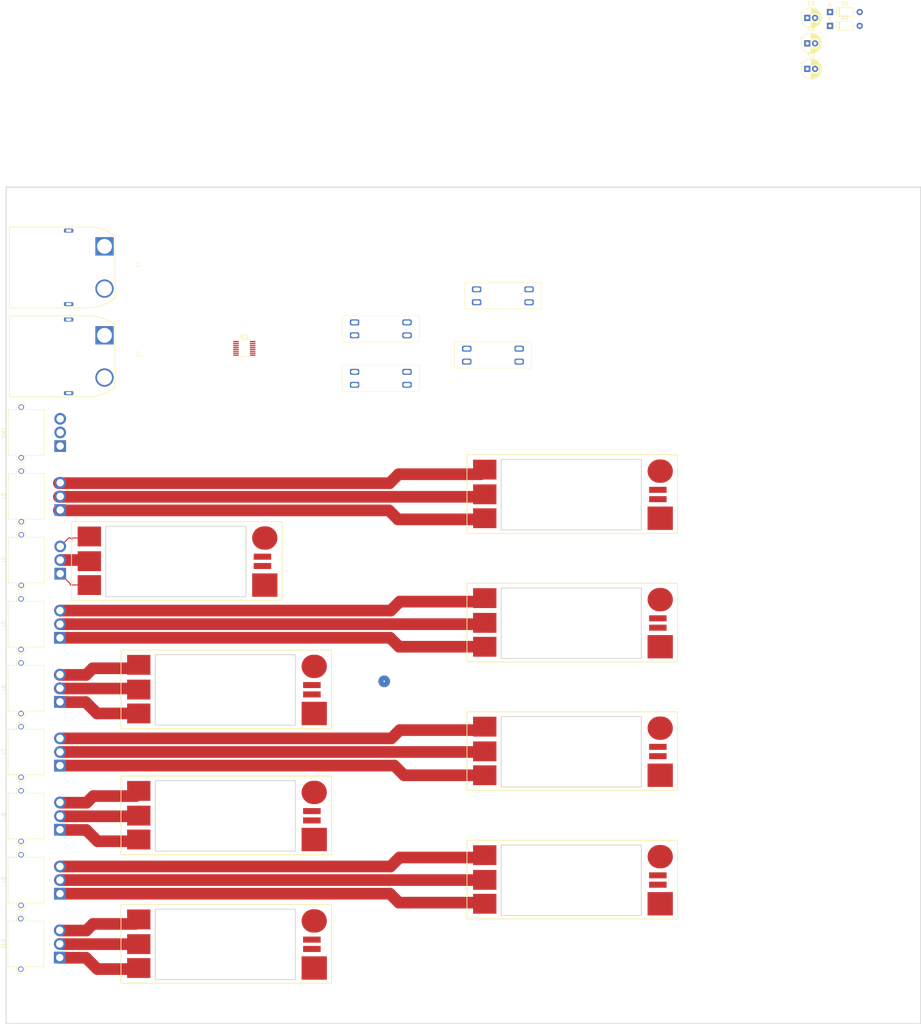
<source format=kicad_pcb>
(kicad_pcb (version 20221018) (generator pcbnew)
  (layers (0 "F.Cu" signal) (31 "B.Cu" signal) (34 "B.Paste" user) (35 "F.Paste" user) (36 "B.SilkS" user "B.Silkscreen") (37 "F.SilkS" user "F.Silkscreen") (38 "B.Mask" user) (39 "F.Mask" user) (44 "Edge.Cuts" user))
  (net 0 "")
  (net 1 "Net-(IC1-Vcc)")
  (net 2 "GND")
  (net 3 "+5V")
  (net 4 "VCC")
  (net 5 "Net-(D1-K)")
  (net 6 "Net-(D1-A)")
  (net 7 "Net-(D2-A)")
  (net 8 "Net-(J1-+)")
  (net 9 "Net-(J2-+)")
  (net 10 "Net-(IC1-EN1)")
  (net 13 "Net-(IC1-GATE2)")
  (net 18 "Net-(IC1-GATE1)")
  (net 19 "Net-(J3-A)")
  (net 20 "Net-(J3-B)")
  (net 21 "Net-(J3-C)")
  (net 22 "Net-(J4-A)")
  (net 23 "Net-(J4-B)")
  (net 24 "Net-(J4-C)")
  (net 25 "Net-(J5-A)")
  (net 26 "Net-(J5-B)")
  (net 27 "Net-(J5-C)")
  (net 28 "Net-(J6-A)")
  (net 29 "Net-(J6-B)")
  (net 30 "Net-(J6-C)")
  (net 31 "Net-(J7-A)")
  (net 32 "Net-(J7-B)")
  (net 33 "Net-(J7-C)")
  (net 34 "Net-(J8-A)")
  (net 35 "Net-(J8-B)")
  (net 36 "Net-(J8-C)")
  (net 37 "Net-(J9-A)")
  (net 38 "Net-(J9-B)")
  (net 39 "Net-(J9-C)")
  (net 40 "Net-(J10-A)")
  (net 41 "Net-(J10-B)")
  (net 42 "Net-(J10-C)")
  (net 43 "M2")
  (net 44 "M1")
  (net 45 "M3")
  (net 46 "M4")
  (net 47 "M5")
  (net 48 "M6")
  (net 49 "M7")
  (net 50 "M8")
  (footprint "Capacitor_THT:CP_Radial_D5.0mm_P2.00mm" (layer "F.Cu") (at 522.729775 103.85)
    (fp_text reference "C1" (at 1 -3.75) (layer "F.SilkS"))
    (fp_text value "1uF")
    (pad "1" thru_hole rect (at 0 0) (size 1.6 1.6) (drill 0.8) (layers "*.Cu" "*.Mask") (net 1 "Net-(IC1-Vcc)"))
    (pad "2" thru_hole circle (at 2 0) (size 1.6 1.6) (drill 0.8) (layers "*.Cu" "*.Mask") (net 2 "GND"))
  )
  (footprint "2023Footprints:BR-ESC" (layer "F.Cu") (at 489.38 216.11 180)
    (fp_text reference "Us2" hide)
    (fp_text value "~")
    (fp_rect (start 9.3 -19.3) (end 45.3 -1.2) (stroke (width 0.2)) (fill none) (layer "Edge.Cuts"))
    (pad "1" smd rect (at 4.445 -16.3 180) (size 6.5 6) (layers "F.Cu" "F.Paste" "F.Mask") (net 4 "VCC"))
    (pad "2" smd oval (at 4.445 -4.2 180) (size 6.5 6) (layers "F.Cu" "F.Paste" "F.Mask") (net 2 "GND"))
    (pad "3" smd rect (at 5.05 -11.4 180) (size 4.5 1.55) (layers "F.Cu" "F.Paste" "F.Mask") (net 44 "M1"))
    (pad "4" smd rect (at 5.05 -9 180) (size 4.5 1.55) (layers "F.Cu" "F.Paste" "F.Mask") (net 2 "GND"))
    (pad "5" smd rect (at 49.53 -16.3 180) (size 6 5.1) (layers "F.Cu" "F.Paste" "F.Mask") (net 19 "Net-(J3-A)"))
    (pad "6" smd rect (at 49.53 -10.16 180) (size 6 5.1) (layers "F.Cu" "F.Paste" "F.Mask") (net 20 "Net-(J3-B)"))
    (pad "7" smd rect (at 49.53 -3.81 180) (size 6 5.1) (layers "F.Cu" "F.Paste" "F.Mask") (net 21 "Net-(J3-C)"))
  )
  (footprint "2023Footprints:BR-ESC" (layer "F.Cu") (at 400.48 298.66 180)
    (fp_text reference "Us7" hide)
    (fp_text value "~")
    (fp_rect (start 9.3 -19.3) (end 45.3 -1.2) (stroke (width 0.2)) (fill none) (layer "Edge.Cuts"))
    (pad "1" smd rect (at 4.445 -16.3 180) (size 6.5 6) (layers "F.Cu" "F.Paste" "F.Mask") (net 4 "VCC"))
    (pad "2" smd oval (at 4.445 -4.2 180) (size 6.5 6) (layers "F.Cu" "F.Paste" "F.Mask") (net 2 "GND"))
    (pad "3" smd rect (at 5.05 -11.4 180) (size 4.5 1.55) (layers "F.Cu" "F.Paste" "F.Mask") (net 48 "M6"))
    (pad "4" smd rect (at 5.05 -9 180) (size 4.5 1.55) (layers "F.Cu" "F.Paste" "F.Mask") (net 2 "GND"))
    (pad "5" smd rect (at 49.53 -16.3 180) (size 6 5.1) (layers "F.Cu" "F.Paste" "F.Mask") (net 34 "Net-(J8-A)"))
    (pad "6" smd rect (at 49.53 -10.16 180) (size 6 5.1) (layers "F.Cu" "F.Paste" "F.Mask") (net 35 "Net-(J8-B)"))
    (pad "7" smd rect (at 49.53 -3.81 180) (size 6 5.1) (layers "F.Cu" "F.Paste" "F.Mask") (net 36 "Net-(J8-C)"))
  )
  (footprint "2023Footprints:3557-15" (layer "F.Cu") (at 441.96 190.5)
    (fp_text reference "F1" hide)
    (fp_text value "30A")
    (pad "1" thru_hole roundrect (at -6.735 -1.665) (size 2.4 1.5) (drill oval 1.8 0.9) (layers "*.Cu" "*.Mask") (net 6 "Net-(D1-A)"))
    (pad "2" thru_hole roundrect (at -6.735 1.665) (size 2.4 1.5) (drill oval 1.8 0.9) (layers "*.Cu" "*.Mask") (net 8 "Net-(J1-+)"))
    (pad "3" thru_hole roundrect (at 6.735 1.665) (size 2.4 1.5) (drill oval 1.8 0.9) (layers "*.Cu" "*.Mask"))
    (pad "4" thru_hole roundrect (at 6.735 -1.665) (size 2.4 1.5) (drill oval 1.8 0.9) (layers "*.Cu" "*.Mask"))
  )
  (footprint "2023Footprints:3557-15" (layer "F.Cu") (at 413.135 196.455)
    (fp_text reference "F3" hide)
    (fp_text value "30A")
    (pad "1" thru_hole roundrect (at -6.735 -1.665) (size 2.4 1.5) (drill oval 1.8 0.9) (layers "*.Cu" "*.Mask") (net 7 "Net-(D2-A)"))
    (pad "2" thru_hole roundrect (at -6.735 1.665) (size 2.4 1.5) (drill oval 1.8 0.9) (layers "*.Cu" "*.Mask") (net 9 "Net-(J2-+)"))
    (pad "3" thru_hole roundrect (at 6.735 1.665) (size 2.4 1.5) (drill oval 1.8 0.9) (layers "*.Cu" "*.Mask"))
    (pad "4" thru_hole roundrect (at 6.735 -1.665) (size 2.4 1.5) (drill oval 1.8 0.9) (layers "*.Cu" "*.Mask"))
  )
  (footprint "2023Footprints:MR30PW-M" (layer "F.Cu") (at 330.769238 230.292046 90)
    (fp_text reference "J3" (at 3.5 -14.5 90) (layer "F.SilkS"))
    (fp_text value "~")
    (pad "" thru_hole circle (at -3 -10 90) (size 1.4 1.4) (drill 1) (layers "*.Cu" "*.Mask"))
    (pad "" thru_hole circle (at 10 -10 90) (size 1.4 1.4) (drill 1) (layers "*.Cu" "*.Mask"))
    (pad "1" thru_hole rect (at 0 0 90) (size 3 3) (drill 1.9) (layers "*.Cu" "*.Mask") (net 19 "Net-(J3-A)"))
    (pad "2" thru_hole circle (at 3.5 0 90) (size 3 3) (drill 1.9) (layers "*.Cu" "*.Mask") (net 20 "Net-(J3-B)"))
    (pad "3" thru_hole circle (at 7 0 90) (size 3 3) (drill 1.9) (layers "*.Cu" "*.Mask") (net 21 "Net-(J3-C)"))
  )
  (footprint "2023Footprints:BR-ESC" (layer "F.Cu") (at 400.48 266.275 180)
    (fp_text reference "Us5" hide)
    (fp_text value "~")
    (fp_rect (start 9.3 -19.3) (end 45.3 -1.2) (stroke (width 0.2)) (fill none) (layer "Edge.Cuts"))
    (pad "1" smd rect (at 4.445 -16.3 180) (size 6.5 6) (layers "F.Cu" "F.Paste" "F.Mask") (net 4 "VCC"))
    (pad "2" smd oval (at 4.445 -4.2 180) (size 6.5 6) (layers "F.Cu" "F.Paste" "F.Mask") (net 2 "GND"))
    (pad "3" smd rect (at 5.05 -11.4 180) (size 4.5 1.55) (layers "F.Cu" "F.Paste" "F.Mask") (net 46 "M4"))
    (pad "4" smd rect (at 5.05 -9 180) (size 4.5 1.55) (layers "F.Cu" "F.Paste" "F.Mask") (net 2 "GND"))
    (pad "5" smd rect (at 49.53 -16.3 180) (size 6 5.1) (layers "F.Cu" "F.Paste" "F.Mask") (net 28 "Net-(J6-A)"))
    (pad "6" smd rect (at 49.53 -10.16 180) (size 6 5.1) (layers "F.Cu" "F.Paste" "F.Mask") (net 29 "Net-(J6-B)"))
    (pad "7" smd rect (at 49.53 -3.81 180) (size 6 5.1) (layers "F.Cu" "F.Paste" "F.Mask") (net 30 "Net-(J6-C)"))
  )
  (footprint "Capacitor_THT:CP_Radial_D5.0mm_P2.00mm" (layer "F.Cu") (at 522.729775 110.4)
    (fp_text reference "C2" (at 1 -3.75) (layer "F.SilkS"))
    (fp_text value "1uF")
    (pad "1" thru_hole rect (at 0 0) (size 1.6 1.6) (drill 0.8) (layers "*.Cu" "*.Mask") (net 3 "+5V"))
    (pad "2" thru_hole circle (at 2 0) (size 1.6 1.6) (drill 0.8) (layers "*.Cu" "*.Mask") (net 2 "GND"))
  )
  (footprint "2023Footprints:MR30PW-M" (layer "F.Cu") (at 330.641956 345.28926 90)
    (fp_text reference "J10" (at 3.5 -14.5 90) (layer "F.SilkS"))
    (fp_text value "~")
    (pad "" thru_hole circle (at -3 -10 90) (size 1.4 1.4) (drill 1) (layers "*.Cu" "*.Mask"))
    (pad "" thru_hole circle (at 10 -10 90) (size 1.4 1.4) (drill 1) (layers "*.Cu" "*.Mask"))
    (pad "1" thru_hole rect (at 0 0 90) (size 3 3) (drill 1.9) (layers "*.Cu" "*.Mask") (net 40 "Net-(J10-A)"))
    (pad "2" thru_hole circle (at 3.5 0 90) (size 3 3) (drill 1.9) (layers "*.Cu" "*.Mask") (net 42 "Net-(J10-C)"))
    (pad "3" thru_hole circle (at 7 0 90) (size 3 3) (drill 1.9) (layers "*.Cu" "*.Mask") (net 42 "Net-(J10-C)"))
  )
  (footprint "Diode_THT:D_DO-35_SOD27_P7.62mm_Horizontal" (layer "F.Cu") (at 528.57 102.35)
    (fp_text reference "D1" (at 3.81 -2.12) (layer "F.SilkS"))
    (fp_text value "BAT41")
    (fp_text user "K" (at 0 -1.8) (layer "F.SilkS"))
    (pad "1" thru_hole rect (at 0 0) (size 1.6 1.6) (drill 0.8) (layers "*.Cu" "*.Mask") (net 5 "Net-(D1-K)"))
    (pad "2" thru_hole oval (at 7.62 0) (size 1.6 1.6) (drill 0.8) (layers "*.Cu" "*.Mask") (net 6 "Net-(D1-A)"))
  )
  (footprint "Capacitor_THT:CP_Radial_D5.0mm_P2.00mm" (layer "F.Cu") (at 522.729775 116.95)
    (fp_text reference "C3" (at 1 -3.75) (layer "F.SilkS"))
    (fp_text value "0.33uF")
    (pad "1" thru_hole rect (at 0 0) (size 1.6 1.6) (drill 0.8) (layers "*.Cu" "*.Mask") (net 4 "VCC"))
    (pad "2" thru_hole circle (at 2 0) (size 1.6 1.6) (drill 0.8) (layers "*.Cu" "*.Mask") (net 2 "GND"))
  )
  (footprint "2023Footprints:MR30PW-M" (layer "F.Cu") (at 330.703666 279.587466 90)
    (fp_text reference "J6" (at 3.5 -14.5 90) (layer "F.SilkS"))
    (fp_text value "~")
    (pad "" thru_hole circle (at -3 -10 90) (size 1.4 1.4) (drill 1) (layers "*.Cu" "*.Mask"))
    (pad "" thru_hole circle (at 10 -10 90) (size 1.4 1.4) (drill 1) (layers "*.Cu" "*.Mask"))
    (pad "1" thru_hole rect (at 0 0 90) (size 3 3) (drill 1.9) (layers "*.Cu" "*.Mask") (net 28 "Net-(J6-A)"))
    (pad "2" thru_hole circle (at 3.5 0 90) (size 3 3) (drill 1.9) (layers "*.Cu" "*.Mask") (net 29 "Net-(J6-B)"))
    (pad "3" thru_hole circle (at 7 0 90) (size 3 3) (drill 1.9) (layers "*.Cu" "*.Mask") (net 30 "Net-(J6-C)"))
  )
  (footprint "2023Footprints:MR30PW-M" (layer "F.Cu") (at 330.703666 312.427427 90)
    (fp_text reference "J8" (at 3.5 -14.5 90) (layer "F.SilkS"))
    (fp_text value "~")
    (pad "" thru_hole circle (at -3 -10 90) (size 1.4 1.4) (drill 1) (layers "*.Cu" "*.Mask"))
    (pad "" thru_hole circle (at 10 -10 90) (size 1.4 1.4) (drill 1) (layers "*.Cu" "*.Mask"))
    (pad "1" thru_hole rect (at 0 0 90) (size 3 3) (drill 1.9) (layers "*.Cu" "*.Mask") (net 34 "Net-(J8-A)"))
    (pad "2" thru_hole circle (at 3.5 0 90) (size 3 3) (drill 1.9) (layers "*.Cu" "*.Mask") (net 35 "Net-(J8-B)"))
    (pad "3" thru_hole circle (at 7 0 90) (size 3 3) (drill 1.9) (layers "*.Cu" "*.Mask") (net 36 "Net-(J8-C)"))
  )
  (footprint "Diode_THT:D_DO-35_SOD27_P7.62mm_Horizontal" (layer "F.Cu") (at 528.57 105.9)
    (fp_text reference "D2" (at 3.81 -2.12) (layer "F.SilkS"))
    (fp_text value "BAT41")
    (fp_text user "K" (at 0 -1.8) (layer "F.SilkS"))
    (pad "1" thru_hole rect (at 0 0) (size 1.6 1.6) (drill 0.8) (layers "*.Cu" "*.Mask") (net 5 "Net-(D1-K)"))
    (pad "2" thru_hole oval (at 7.62 0) (size 1.6 1.6) (drill 0.8) (layers "*.Cu" "*.Mask") (net 7 "Net-(D2-A)"))
  )
  (footprint "2023Footprints:XT90PW-M" (layer "F.Cu") (at 332.946785 190.415747 -90)
    (fp_text reference "J2" (at -0.3 -17.8 -90 unlocked) (layer "F.SilkS") (effects (font (thickness 0.1))))
    (fp_text value "Battery 2 Input ")
    (pad "1" thru_hole circle (at 5.85 -9.2 270) (size 4.7 4.7) (drill 3.8) (layers "*.Cu" "*.Mask") (net 9 "Net-(J2-+)"))
    (pad "2" thru_hole rect (at -5 -9.2 270) (size 4.7 4.7) (drill 3.8) (layers "*.Cu" "*.Mask") (net 2 "GND"))
    (pad "3" thru_hole roundrect (at 9.85 0 270) (size 1 2.4) (drill oval 0.6 1.4) (layers "*.Cu" "*.Mask"))
    (pad "4" thru_hole roundrect (at -9.05 0 270) (size 1 2.4) (drill oval 0.6 1.4) (layers "*.Cu" "*.Mask"))
  )
  (footprint "2023Footprints:BR-ESC" (layer "F.Cu") (at 489.38 249.13 180)
    (fp_text reference "Us4" hide)
    (fp_text value "~")
    (fp_rect (start 9.3 -19.3) (end 45.3 -1.2) (stroke (width 0.2)) (fill none) (layer "Edge.Cuts"))
    (pad "1" smd rect (at 4.445 -16.3 180) (size 6.5 6) (layers "F.Cu" "F.Paste" "F.Mask") (net 4 "VCC"))
    (pad "2" smd oval (at 4.445 -4.2 180) (size 6.5 6) (layers "F.Cu" "F.Paste" "F.Mask") (net 2 "GND"))
    (pad "3" smd rect (at 5.05 -11.4 180) (size 4.5 1.55) (layers "F.Cu" "F.Paste" "F.Mask") (net 45 "M3"))
    (pad "4" smd rect (at 5.05 -9 180) (size 4.5 1.55) (layers "F.Cu" "F.Paste" "F.Mask") (net 2 "GND"))
    (pad "5" smd rect (at 49.53 -16.3 180) (size 6 5.1) (layers "F.Cu" "F.Paste" "F.Mask") (net 25 "Net-(J5-A)"))
    (pad "6" smd rect (at 49.53 -10.16 180) (size 6 5.1) (layers "F.Cu" "F.Paste" "F.Mask") (net 26 "Net-(J5-B)"))
    (pad "7" smd rect (at 49.53 -3.81 180) (size 6 5.1) (layers "F.Cu" "F.Paste" "F.Mask") (net 27 "Net-(J5-C)"))
  )
  (footprint "2023Footprints:3557-15" (layer "F.Cu") (at 413.135 183.755)
    (fp_text reference "F4" hide)
    (fp_text value "30A")
    (pad "1" thru_hole roundrect (at -6.735 -1.665) (size 2.4 1.5) (drill oval 1.8 0.9) (layers "*.Cu" "*.Mask") (net 7 "Net-(D2-A)"))
    (pad "2" thru_hole roundrect (at -6.735 1.665) (size 2.4 1.5) (drill oval 1.8 0.9) (layers "*.Cu" "*.Mask") (net 9 "Net-(J2-+)"))
    (pad "3" thru_hole roundrect (at 6.735 1.665) (size 2.4 1.5) (drill oval 1.8 0.9) (layers "*.Cu" "*.Mask"))
    (pad "4" thru_hole roundrect (at 6.735 -1.665) (size 2.4 1.5) (drill oval 1.8 0.9) (layers "*.Cu" "*.Mask"))
  )
  (footprint "2023Footprints:MR30PW-M" (layer "F.Cu") (at 330.703666 263.131238 90)
    (fp_text reference "J5" (at 3.5 -14.5 90) (layer "F.SilkS"))
    (fp_text value "~")
    (pad "" thru_hole circle (at -3 -10 90) (size 1.4 1.4) (drill 1) (layers "*.Cu" "*.Mask"))
    (pad "" thru_hole circle (at 10 -10 90) (size 1.4 1.4) (drill 1) (layers "*.Cu" "*.Mask"))
    (pad "1" thru_hole rect (at 0 0 90) (size 3 3) (drill 1.9) (layers "*.Cu" "*.Mask") (net 25 "Net-(J5-A)"))
    (pad "2" thru_hole circle (at 3.5 0 90) (size 3 3) (drill 1.9) (layers "*.Cu" "*.Mask") (net 26 "Net-(J5-B)"))
    (pad "3" thru_hole circle (at 7 0 90) (size 3 3) (drill 1.9) (layers "*.Cu" "*.Mask") (net 27 "Net-(J5-C)"))
  )
  (footprint "2023Footprints:3557-15" (layer "F.Cu") (at 444.5 175.26)
    (fp_text reference "F2" hide)
    (fp_text value "30A")
    (pad "1" thru_hole roundrect (at -6.735 -1.665) (size 2.4 1.5) (drill oval 1.8 0.9) (layers "*.Cu" "*.Mask") (net 6 "Net-(D1-A)"))
    (pad "2" thru_hole roundrect (at -6.735 1.665) (size 2.4 1.5) (drill oval 1.8 0.9) (layers "*.Cu" "*.Mask") (net 8 "Net-(J1-+)"))
    (pad "3" thru_hole roundrect (at 6.735 1.665) (size 2.4 1.5) (drill oval 1.8 0.9) (layers "*.Cu" "*.Mask"))
    (pad "4" thru_hole roundrect (at 6.735 -1.665) (size 2.4 1.5) (drill oval 1.8 0.9) (layers "*.Cu" "*.Mask"))
  )
  (footprint "2023Footprints:BR-ESC" (layer "F.Cu") (at 489.38 315.17 180)
    (fp_text reference "Us8" hide)
    (fp_text value "~")
    (fp_rect (start 9.3 -19.3) (end 45.3 -1.2) (stroke (width 0.2)) (fill none) (layer "Edge.Cuts"))
    (pad "1" smd rect (at 4.445 -16.3 180) (size 6.5 6) (layers "F.Cu" "F.Paste" "F.Mask") (net 4 "VCC"))
    (pad "2" smd oval (at 4.445 -4.2 180) (size 6.5 6) (layers "F.Cu" "F.Paste" "F.Mask") (net 2 "GND"))
    (pad "3" smd rect (at 5.05 -11.4 180) (size 4.5 1.55) (layers "F.Cu" "F.Paste" "F.Mask") (net 49 "M7"))
    (pad "4" smd rect (at 5.05 -9 180) (size 4.5 1.55) (layers "F.Cu" "F.Paste" "F.Mask") (net 2 "GND"))
    (pad "5" smd rect (at 49.53 -16.3 180) (size 6 5.1) (layers "F.Cu" "F.Paste" "F.Mask") (net 37 "Net-(J9-A)"))
    (pad "6" smd rect (at 49.53 -10.16 180) (size 6 5.1) (layers "F.Cu" "F.Paste" "F.Mask") (net 38 "Net-(J9-B)"))
    (pad "7" smd rect (at 49.53 -3.81 180) (size 6 5.1) (layers "F.Cu" "F.Paste" "F.Mask") (net 39 "Net-(J9-C)"))
  )
  (footprint "2023Footprints:MR30PW-M" (layer "F.Cu") (at 330.703666 295.971199 90)
    (fp_text reference "J7" (at 3.5 -14.5 90) (layer "F.SilkS"))
    (fp_text value "~")
    (pad "" thru_hole circle (at -3 -10 90) (size 1.4 1.4) (drill 1) (layers "*.Cu" "*.Mask"))
    (pad "" thru_hole circle (at 10 -10 90) (size 1.4 1.4) (drill 1) (layers "*.Cu" "*.Mask"))
    (pad "1" thru_hole rect (at 0 0 90) (size 3 3) (drill 1.9) (layers "*.Cu" "*.Mask") (net 31 "Net-(J7-A)"))
    (pad "2" thru_hole circle (at 3.5 0 90) (size 3 3) (drill 1.9) (layers "*.Cu" "*.Mask") (net 32 "Net-(J7-B)"))
    (pad "3" thru_hole circle (at 7 0 90) (size 3 3) (drill 1.9) (layers "*.Cu" "*.Mask") (net 33 "Net-(J7-C)"))
  )
  (footprint "2023Footprints:MR30PW-M" (layer "F.Cu") (at 330.757193 213.8634 90)
    (fp_text reference "SW1" (at 3.5 -14.5 90) (layer "F.SilkS"))
    (fp_text value "Power Switch")
    (pad "" thru_hole circle (at -3 -10 90) (size 1.4 1.4) (drill 1) (layers "*.Cu" "*.Mask"))
    (pad "" thru_hole circle (at 10 -10 90) (size 1.4 1.4) (drill 1) (layers "*.Cu" "*.Mask"))
    (pad "1" thru_hole rect (at 0 0 90) (size 3 3) (drill 1.9) (layers "*.Cu" "*.Mask") (net 2 "GND"))
    (pad "2" thru_hole circle (at 3.5 0 90) (size 3 3) (drill 1.9) (layers "*.Cu" "*.Mask") (net 10 "Net-(IC1-EN1)"))
    (pad "3" thru_hole circle (at 7 0 90) (size 3 3) (drill 1.9) (layers "*.Cu" "*.Mask") (net 5 "Net-(D1-K)"))
  )
  (footprint "2023Footprints:BR-ESC" (layer "F.Cu") (at 387.78 233.29 180)
    (fp_text reference "Us1" hide)
    (fp_text value "~")
    (fp_rect (start 9.3 -19.3) (end 45.3 -1.2) (stroke (width 0.2)) (fill none) (layer "Edge.Cuts"))
    (pad "1" smd rect (at 4.445 -16.3 180) (size 6.5 6) (layers "F.Cu" "F.Paste" "F.Mask") (net 4 "VCC"))
    (pad "2" smd oval (at 4.445 -4.2 180) (size 6.5 6) (layers "F.Cu" "F.Paste" "F.Mask") (net 2 "GND"))
    (pad "3" smd rect (at 5.05 -11.4 180) (size 4.5 1.55) (layers "F.Cu" "F.Paste" "F.Mask") (net 43 "M2"))
    (pad "4" smd rect (at 5.05 -9 180) (size 4.5 1.55) (layers "F.Cu" "F.Paste" "F.Mask") (net 2 "GND"))
    (pad "5" smd rect (at 49.53 -16.3 180) (size 6 5.1) (layers "F.Cu" "F.Paste" "F.Mask") (net 22 "Net-(J4-A)"))
    (pad "6" smd rect (at 49.53 -10.16 180) (size 6 5.1) (layers "F.Cu" "F.Paste" "F.Mask") (net 23 "Net-(J4-B)"))
    (pad "7" smd rect (at 49.53 -3.81 180) (size 6 5.1) (layers "F.Cu" "F.Paste" "F.Mask") (net 24 "Net-(J4-C)"))
  )
  (footprint "2023Footprints:BR-ESC" (layer "F.Cu") (at 400.48 331.68 180)
    (fp_text reference "Us9" hide)
    (fp_text value "~")
    (fp_rect (start 9.3 -19.3) (end 45.3 -1.2) (stroke (width 0.2)) (fill none) (layer "Edge.Cuts"))
    (pad "1" smd rect (at 4.445 -16.3 180) (size 6.5 6) (layers "F.Cu" "F.Paste" "F.Mask") (net 4 "VCC"))
    (pad "2" smd oval (at 4.445 -4.2 180) (size 6.5 6) (layers "F.Cu" "F.Paste" "F.Mask") (net 2 "GND"))
    (pad "3" smd rect (at 5.05 -11.4 180) (size 4.5 1.55) (layers "F.Cu" "F.Paste" "F.Mask") (net 50 "M8"))
    (pad "4" smd rect (at 5.05 -9 180) (size 4.5 1.55) (layers "F.Cu" "F.Paste" "F.Mask") (net 2 "GND"))
    (pad "5" smd rect (at 49.53 -16.3 180) (size 6 5.1) (layers "F.Cu" "F.Paste" "F.Mask") (net 40 "Net-(J10-A)"))
    (pad "6" smd rect (at 49.53 -10.16 180) (size 6 5.1) (layers "F.Cu" "F.Paste" "F.Mask") (net 41 "Net-(J10-B)"))
    (pad "7" smd rect (at 49.53 -3.81 180) (size 6 5.1) (layers "F.Cu" "F.Paste" "F.Mask") (net 42 "Net-(J10-C)"))
  )
  (footprint "2023Footprints:MR30PW-M" (layer "F.Cu") (at 330.769238 246.652046 90)
    (fp_text reference "J4" (at 3.5 -14.5 90) (layer "F.SilkS"))
    (fp_text value "~")
    (pad "" thru_hole circle (at -3 -10 90) (size 1.4 1.4) (drill 1) (layers "*.Cu" "*.Mask"))
    (pad "" thru_hole circle (at 10 -10 90) (size 1.4 1.4) (drill 1) (layers "*.Cu" "*.Mask"))
    (pad "1" thru_hole rect (at 0 0 90) (size 3 3) (drill 1.9) (layers "*.Cu" "*.Mask") (net 22 "Net-(J4-A)"))
    (pad "2" thru_hole circle (at 3.5 0 90) (size 3 3) (drill 1.9) (layers "*.Cu" "*.Mask") (net 23 "Net-(J4-B)"))
    (pad "3" thru_hole circle (at 7 0 90) (size 3 3) (drill 1.9) (layers "*.Cu" "*.Mask") (net 24 "Net-(J4-C)"))
  )
  (footprint "Package_SO:MSOP-16_3x4mm_P0.5mm" (layer "F.Cu") (at 378.07 188.75)
    (fp_text reference "IC1" (at 0 -2.95) (layer "F.SilkS"))
    (fp_text value "~")
    (pad "1" smd roundrect (at -2.15 -1.75) (size 1.45 0.3) (layers "F.Cu" "F.Paste" "F.Mask") (net 10 "Net-(IC1-EN1)"))
    (pad "2" smd roundrect (at -2.15 -1.25) (size 1.45 0.3) (layers "F.Cu" "F.Paste" "F.Mask"))
    (pad "3" smd roundrect (at -2.15 -0.75) (size 1.45 0.3) (layers "F.Cu" "F.Paste" "F.Mask"))
    (pad "4" smd roundrect (at -2.15 -0.25) (size 1.45 0.3) (layers "F.Cu" "F.Paste" "F.Mask") (net 6 "Net-(D1-A)"))
    (pad "5" smd roundrect (at -2.15 0.25) (size 1.45 0.3) (layers "F.Cu" "F.Paste" "F.Mask") (net 13 "Net-(IC1-GATE2)"))
    (pad "6" smd roundrect (at -2.15 0.75) (size 1.45 0.3) (layers "F.Cu" "F.Paste" "F.Mask"))
    (pad "7" smd roundrect (at -2.15 1.25) (size 1.45 0.3) (layers "F.Cu" "F.Paste" "F.Mask") (net 4 "VCC"))
    (pad "8" smd roundrect (at -2.15 1.75) (size 1.45 0.3) (layers "F.Cu" "F.Paste" "F.Mask"))
    (pad "9" smd roundrect (at 2.15 1.75) (size 1.45 0.3) (layers "F.Cu" "F.Paste" "F.Mask"))
    (pad "10" smd roundrect (at 2.15 1.25) (size 1.45 0.3) (layers "F.Cu" "F.Paste" "F.Mask") (net 4 "VCC"))
    (pad "11" smd roundrect (at 2.15 0.75) (size 1.45 0.3) (layers "F.Cu" "F.Paste" "F.Mask"))
    (pad "12" smd roundrect (at 2.15 0.25) (size 1.45 0.3) (layers "F.Cu" "F.Paste" "F.Mask") (net 18 "Net-(IC1-GATE1)"))
    (pad "13" smd roundrect (at 2.15 -0.25) (size 1.45 0.3) (layers "F.Cu" "F.Paste" "F.Mask") (net 7 "Net-(D2-A)"))
    (pad "14" smd roundrect (at 2.15 -0.75) (size 1.45 0.3) (layers "F.Cu" "F.Paste" "F.Mask") (net 1 "Net-(IC1-Vcc)"))
    (pad "15" smd roundrect (at 2.15 -1.25) (size 1.45 0.3) (layers "F.Cu" "F.Paste" "F.Mask") (net 2 "GND"))
    (pad "16" smd roundrect (at 2.15 -1.75) (size 1.45 0.3) (layers "F.Cu" "F.Paste" "F.Mask") (net 10 "Net-(IC1-EN1)"))
  )
  (footprint "2023Footprints:BR-ESC" (layer "F.Cu") (at 489.38 282.15 180)
    (fp_text reference "Us6" hide)
    (fp_text value "~")
    (fp_rect (start 9.3 -19.3) (end 45.3 -1.2) (stroke (width 0.2)) (fill none) (layer "Edge.Cuts"))
    (pad "1" smd rect (at 4.445 -16.3 180) (size 6.5 6) (layers "F.Cu" "F.Paste" "F.Mask") (net 4 "VCC"))
    (pad "2" smd oval (at 4.445 -4.2 180) (size 6.5 6) (layers "F.Cu" "F.Paste" "F.Mask") (net 2 "GND"))
    (pad "3" smd rect (at 5.05 -11.4 180) (size 4.5 1.55) (layers "F.Cu" "F.Paste" "F.Mask") (net 47 "M5"))
    (pad "4" smd rect (at 5.05 -9 180) (size 4.5 1.55) (layers "F.Cu" "F.Paste" "F.Mask") (net 2 "GND"))
    (pad "5" smd rect (at 49.53 -16.3 180) (size 6 5.1) (layers "F.Cu" "F.Paste" "F.Mask") (net 31 "Net-(J7-A)"))
    (pad "6" smd rect (at 49.53 -10.16 180) (size 6 5.1) (layers "F.Cu" "F.Paste" "F.Mask") (net 32 "Net-(J7-B)"))
    (pad "7" smd rect (at 49.53 -3.81 180) (size 6 5.1) (layers "F.Cu" "F.Paste" "F.Mask") (net 33 "Net-(J7-C)"))
  )
  (footprint "2023Footprints:MR30PW-M" (layer "F.Cu") (at 330.703666 328.883654 90)
    (fp_text reference "J9" (at 3.5 -14.5 90) (layer "F.SilkS"))
    (fp_text value "~")
    (pad "" thru_hole circle (at -3 -10 90) (size 1.4 1.4) (drill 1) (layers "*.Cu" "*.Mask"))
    (pad "" thru_hole circle (at 10 -10 90) (size 1.4 1.4) (drill 1) (layers "*.Cu" "*.Mask"))
    (pad "1" thru_hole rect (at 0 0 90) (size 3 3) (drill 1.9) (layers "*.Cu" "*.Mask") (net 37 "Net-(J9-A)"))
    (pad "2" thru_hole circle (at 3.5 0 90) (size 3 3) (drill 1.9) (layers "*.Cu" "*.Mask") (net 38 "Net-(J9-B)"))
    (pad "3" thru_hole circle (at 7 0 90) (size 3 3) (drill 1.9) (layers "*.Cu" "*.Mask") (net 39 "Net-(J9-C)"))
  )
  (footprint "2023Footprints:XT90PW-M" (layer "F.Cu") (at 332.946785 167.555747 -90)
    (fp_text reference "J1" (at -0.3 -17.8 -90 unlocked) (layer "F.SilkS") (effects (font (thickness 0.1))))
    (fp_text value "Battery 1 Input")
    (pad "1" thru_hole circle (at 5.85 -9.2 270) (size 4.7 4.7) (drill 3.8) (layers "*.Cu" "*.Mask") (net 8 "Net-(J1-+)"))
    (pad "2" thru_hole rect (at -5 -9.2 270) (size 4.7 4.7) (drill 3.8) (layers "*.Cu" "*.Mask") (net 2 "GND"))
    (pad "3" thru_hole roundrect (at 9.85 0 270) (size 1 2.4) (drill oval 0.6 1.4) (layers "*.Cu" "*.Mask"))
    (pad "4" thru_hole roundrect (at -9.05 0 270) (size 1 2.4) (drill oval 0.6 1.4) (layers "*.Cu" "*.Mask"))
  )
  (gr_rect (start 316.865 147.32) (end 551.865 362.32) (stroke (width 0.2)) (fill none) (layer "Edge.Cuts"))
  (via (at 414.02 274.32) (size 3) (drill 0.4) (layers "F.Cu" "B.Cu") (net 0))
  (segment (start 330.414285 230.400619) (end 415.241857 230.400619) (width 3) (layer "F.Cu") (net 19))
  (segment (start 417.540619 232.699381) (end 438.790619 232.699381) (width 3) (layer "F.Cu") (net 19))
  (segment (start 415.241857 230.400619) (end 417.540619 232.699381) (width 3) (layer "F.Cu") (net 19))
  (segment (start 330.414285 226.900619) (end 438.889381 226.900619) (width 3) (layer "F.Cu") (net 20))
  (segment (start 417.710619 221.099381) (end 438.890619 221.099381) (width 3) (layer "F.Cu") (net 21))
  (segment (start 330.414285 223.400619) (end 415.409381 223.400619) (width 3) (layer "F.Cu") (net 21))
  (segment (start 415.409381 223.400619) (end 417.710619 221.099381) (width 3) (layer "F.Cu") (net 21))
  (segment (start 333.375 249.257808) (end 333.375 249.555) (width 0.25) (layer "F.Cu") (net 22))
  (segment (start 330.769238 246.652046) (end 333.375 249.257808) (width 0.25) (layer "F.Cu") (net 22))
  (segment (start 333.375 249.555) (end 337.48 249.555) (width 0.25) (layer "F.Cu") (net 22))
  (segment (start 336.977046 243.152046) (end 337.58 243.755) (width 0.25) (layer "F.Cu") (net 23))
  (segment (start 330.704629 341.849335) (end 349.612437 341.849335) (width 3) (layer "F.Cu") (net 23))
  (segment (start 330.769238 243.152046) (end 336.977046 243.152046) (width 3) (layer "F.Cu") (net 23))
  (segment (start 330.769238 239.652046) (end 332.931284 237.49) (width 0.25) (layer "F.Cu") (net 24))
  (segment (start 333.375 237.49) (end 333.84 237.955) (width 0.25) (layer "F.Cu") (net 24))
  (segment (start 332.931284 237.49) (end 333.375 237.49) (width 0.25) (layer "F.Cu") (net 24))
  (segment (start 333.375 237.49) (end 337.115 237.49) (width 0.25) (layer "F.Cu") (net 24))
  (segment (start 415.531238 263.131238) (end 417.83 265.43) (width 3) (layer "F.Cu") (net 25))
  (segment (start 417.83 265.43) (end 439.08 265.43) (width 3) (layer "F.Cu") (net 25))
  (segment (start 330.703666 263.131238) (end 415.531238 263.131238) (width 3) (layer "F.Cu") (net 25))
  (segment (start 439.178762 259.631238) (end 439.18 259.63) (width 0.25) (layer "F.Cu") (net 26))
  (segment (start 330.703666 259.631238) (end 439.178762 259.631238) (width 3) (layer "F.Cu") (net 26))
  (segment (start 330.703666 256.131238) (end 415.698762 256.131238) (width 3) (layer "F.Cu") (net 27))
  (segment (start 418 253.83) (end 439.18 253.83) (width 3) (layer "F.Cu") (net 27))
  (segment (start 415.698762 256.131238) (end 418 253.83) (width 3) (layer "F.Cu") (net 27))
  (segment (start 337.319325 279.664619) (end 340.222279 282.567573) (width 3) (layer "F.Cu") (net 28))
  (segment (start 340.222279 282.567573) (end 350.042279 282.567573) (width 3) (layer "F.Cu") (net 28))
  (segment (start 330.631517 279.664619) (end 337.319325 279.664619) (width 3) (layer "F.Cu") (net 28))
  (segment (start 330.631517 276.164619) (end 349.539325 276.164619) (width 3) (layer "F.Cu") (net 29))
  (segment (start 350.567466 276.087466) (end 350.62 276.14) (width 0.25) (layer "F.Cu") (net 29))
  (segment (start 339.122279 270.967573) (end 350.142279 270.967573) (width 3) (layer "F.Cu") (net 30))
  (segment (start 337.425233 272.664619) (end 339.122279 270.967573) (width 3) (layer "F.Cu") (net 30))
  (segment (start 330.631517 272.664619) (end 337.425233 272.664619) (width 3) (layer "F.Cu") (net 30))
  (segment (start 330.703666 295.971199) (end 416.621199 295.971199) (width 3) (layer "F.Cu") (net 31))
  (segment (start 419.1 298.45) (end 439.08 298.45) (width 3) (layer "F.Cu") (net 31))
  (segment (start 416.621199 295.971199) (end 419.1 298.45) (width 3) (layer "F.Cu") (net 31))
  (segment (start 330.703666 292.471199) (end 439.001199 292.471199) (width 3) (layer "F.Cu") (net 32))
  (segment (start 439.001199 292.471199) (end 439.18 292.65) (width 0.25) (layer "F.Cu") (net 32))
  (segment (start 415.878801 288.971199) (end 418 286.85) (width 3) (layer "F.Cu") (net 33))
  (segment (start 330.703666 288.971199) (end 415.878801 288.971199) (width 3) (layer "F.Cu") (net 33))
  (segment (start 418 286.85) (end 439.18 286.85) (width 3) (layer "F.Cu") (net 33))
  (segment (start 330.765828 312.503701) (end 337.453636 312.503701) (width 3) (layer "F.Cu") (net 34))
  (segment (start 337.812573 312.427427) (end 337.82 312.42) (width 0.25) (layer "F.Cu") (net 34))
  (segment (start 340.35659 315.406655) (end 350.17659 315.406655) (width 3) (layer "F.Cu") (net 34))
  (segment (start 337.453636 312.503701) (end 340.35659 315.406655) (width 3) (layer "F.Cu") (net 34))
  (segment (start 349.242573 308.927427) (end 350.28 307.89) (width 0.25) (layer "F.Cu") (net 35))
  (segment (start 330.765828 309.003701) (end 349.673636 309.003701) (width 3) (layer "F.Cu") (net 35))
  (segment (start 339.25659 303.806655) (end 350.27659 303.806655) (width 3) (layer "F.Cu") (net 36))
  (segment (start 337.559544 305.503701) (end 339.25659 303.806655) (width 3) (layer "F.Cu") (net 36))
  (segment (start 330.765828 305.503701) (end 337.559544 305.503701) (width 3) (layer "F.Cu") (net 36))
  (segment (start 415.481741 328.884361) (end 417.780503 331.183123) (width 3) (layer "F.Cu") (net 37))
  (segment (start 417.780503 331.183123) (end 439.030503 331.183123) (width 3) (layer "F.Cu") (net 37))
  (segment (start 330.654169 328.884361) (end 415.481741 328.884361) (width 3) (layer "F.Cu") (net 37))
  (segment (start 330.654169 325.384361) (end 439.129265 325.384361) (width 3) (layer "F.Cu") (net 38))
  (segment (start 417.950503 319.583123) (end 439.130503 319.583123) (width 3) (layer "F.Cu") (net 39))
  (segment (start 415.649265 321.884361) (end 417.950503 319.583123) (width 3) (layer "F.Cu") (net 39))
  (segment (start 330.703666 321.883654) (end 412.176346 321.883654) (width 0.25) (layer "F.Cu") (net 39))
  (segment (start 330.654169 321.884361) (end 415.649265 321.884361) (width 3) (layer "F.Cu") (net 39))
  (segment (start 340.295391 348.252289) (end 350.115391 348.252289) (width 3) (layer "F.Cu") (net 40))
  (segment (start 337.392437 345.349335) (end 340.295391 348.252289) (width 3) (layer "F.Cu") (net 40))
  (segment (start 330.704629 345.349335) (end 337.392437 345.349335) (width 3) (layer "F.Cu") (net 40))
  (segment (start 337.498345 338.349335) (end 339.195391 336.652289) (width 3) (layer "F.Cu") (net 42))
  (segment (start 339.195391 336.652289) (end 350.215391 336.652289) (width 3) (layer "F.Cu") (net 42))
  (segment (start 330.704629 338.349335) (end 337.498345 338.349335) (width 3) (layer "F.Cu") (net 42))
)
</source>
